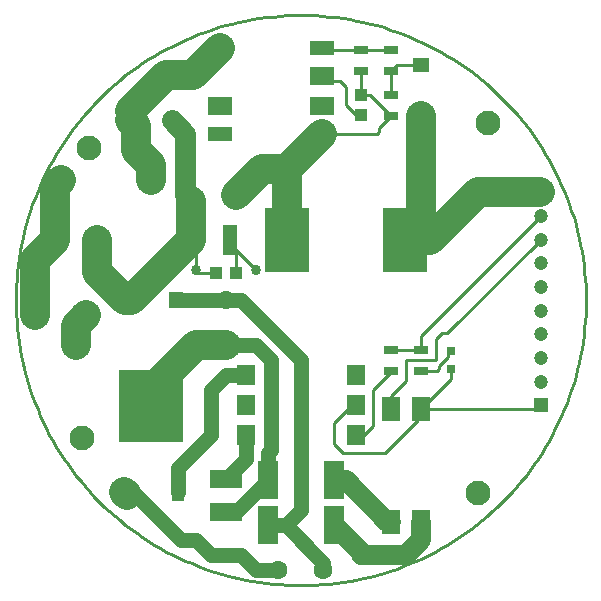
<source format=gtl>
G75*
G70*
%OFA0B0*%
%FSLAX24Y24*%
%IPPOS*%
%LPD*%
%AMOC8*
5,1,8,0,0,1.08239X$1,22.5*
%
%ADD10C,0.0100*%
%ADD11R,0.0433X0.0394*%
%ADD12OC8,0.0630*%
%ADD13C,0.0630*%
%ADD14R,0.0500X0.0579*%
%ADD15OC8,0.0660*%
%ADD16R,0.0800X0.0460*%
%ADD17R,0.0800X0.0600*%
%ADD18R,0.0394X0.0433*%
%ADD19R,0.0472X0.0315*%
%ADD20R,0.0579X0.0500*%
%ADD21R,0.0472X0.0984*%
%ADD22R,0.0709X0.1260*%
%ADD23R,0.0598X0.0701*%
%ADD24R,0.0315X0.0315*%
%ADD25R,0.0630X0.0787*%
%ADD26R,0.1063X0.0630*%
%ADD27R,0.1516X0.2165*%
%ADD28R,0.0472X0.0472*%
%ADD29C,0.0472*%
%ADD30R,0.2126X0.2441*%
%ADD31R,0.0394X0.0630*%
%ADD32C,0.1000*%
%ADD33C,0.0500*%
%ADD34C,0.0060*%
%ADD35C,0.0700*%
%ADD36C,0.0340*%
%ADD37C,0.0660*%
%ADD38C,0.0827*%
D10*
X000150Y009650D02*
X000153Y009883D01*
X000161Y010116D01*
X000176Y010349D01*
X000196Y010581D01*
X000221Y010813D01*
X000253Y011044D01*
X000290Y011274D01*
X000333Y011503D01*
X000381Y011731D01*
X000435Y011958D01*
X000494Y012184D01*
X000559Y012408D01*
X000629Y012630D01*
X000705Y012850D01*
X000787Y013069D01*
X000873Y013285D01*
X000965Y013500D01*
X001062Y013712D01*
X001164Y013921D01*
X001272Y014128D01*
X001384Y014333D01*
X001502Y014534D01*
X001624Y014732D01*
X001751Y014928D01*
X001883Y015120D01*
X002020Y015309D01*
X002161Y015495D01*
X002306Y015677D01*
X002457Y015855D01*
X002611Y016030D01*
X002770Y016201D01*
X002932Y016368D01*
X003099Y016530D01*
X003270Y016689D01*
X003445Y016843D01*
X003623Y016994D01*
X003805Y017139D01*
X003991Y017280D01*
X004180Y017417D01*
X004372Y017549D01*
X004568Y017676D01*
X004766Y017798D01*
X004967Y017916D01*
X005172Y018028D01*
X005379Y018136D01*
X005588Y018238D01*
X005800Y018335D01*
X006015Y018427D01*
X006231Y018513D01*
X006450Y018595D01*
X006670Y018671D01*
X006892Y018741D01*
X007116Y018806D01*
X007342Y018865D01*
X007569Y018919D01*
X007797Y018967D01*
X008026Y019010D01*
X008256Y019047D01*
X008487Y019079D01*
X008719Y019104D01*
X008951Y019124D01*
X009184Y019139D01*
X009417Y019147D01*
X009650Y019150D01*
X009883Y019147D01*
X010116Y019139D01*
X010349Y019124D01*
X010581Y019104D01*
X010813Y019079D01*
X011044Y019047D01*
X011274Y019010D01*
X011503Y018967D01*
X011731Y018919D01*
X011958Y018865D01*
X012184Y018806D01*
X012408Y018741D01*
X012630Y018671D01*
X012850Y018595D01*
X013069Y018513D01*
X013285Y018427D01*
X013500Y018335D01*
X013712Y018238D01*
X013921Y018136D01*
X014128Y018028D01*
X014333Y017916D01*
X014534Y017798D01*
X014732Y017676D01*
X014928Y017549D01*
X015120Y017417D01*
X015309Y017280D01*
X015495Y017139D01*
X015677Y016994D01*
X015855Y016843D01*
X016030Y016689D01*
X016201Y016530D01*
X016368Y016368D01*
X016530Y016201D01*
X016689Y016030D01*
X016843Y015855D01*
X016994Y015677D01*
X017139Y015495D01*
X017280Y015309D01*
X017417Y015120D01*
X017549Y014928D01*
X017676Y014732D01*
X017798Y014534D01*
X017916Y014333D01*
X018028Y014128D01*
X018136Y013921D01*
X018238Y013712D01*
X018335Y013500D01*
X018427Y013285D01*
X018513Y013069D01*
X018595Y012850D01*
X018671Y012630D01*
X018741Y012408D01*
X018806Y012184D01*
X018865Y011958D01*
X018919Y011731D01*
X018967Y011503D01*
X019010Y011274D01*
X019047Y011044D01*
X019079Y010813D01*
X019104Y010581D01*
X019124Y010349D01*
X019139Y010116D01*
X019147Y009883D01*
X019150Y009650D01*
X019147Y009417D01*
X019139Y009184D01*
X019124Y008951D01*
X019104Y008719D01*
X019079Y008487D01*
X019047Y008256D01*
X019010Y008026D01*
X018967Y007797D01*
X018919Y007569D01*
X018865Y007342D01*
X018806Y007116D01*
X018741Y006892D01*
X018671Y006670D01*
X018595Y006450D01*
X018513Y006231D01*
X018427Y006015D01*
X018335Y005800D01*
X018238Y005588D01*
X018136Y005379D01*
X018028Y005172D01*
X017916Y004967D01*
X017798Y004766D01*
X017676Y004568D01*
X017549Y004372D01*
X017417Y004180D01*
X017280Y003991D01*
X017139Y003805D01*
X016994Y003623D01*
X016843Y003445D01*
X016689Y003270D01*
X016530Y003099D01*
X016368Y002932D01*
X016201Y002770D01*
X016030Y002611D01*
X015855Y002457D01*
X015677Y002306D01*
X015495Y002161D01*
X015309Y002020D01*
X015120Y001883D01*
X014928Y001751D01*
X014732Y001624D01*
X014534Y001502D01*
X014333Y001384D01*
X014128Y001272D01*
X013921Y001164D01*
X013712Y001062D01*
X013500Y000965D01*
X013285Y000873D01*
X013069Y000787D01*
X012850Y000705D01*
X012630Y000629D01*
X012408Y000559D01*
X012184Y000494D01*
X011958Y000435D01*
X011731Y000381D01*
X011503Y000333D01*
X011274Y000290D01*
X011044Y000253D01*
X010813Y000221D01*
X010581Y000196D01*
X010349Y000176D01*
X010116Y000161D01*
X009883Y000153D01*
X009650Y000150D01*
X009417Y000153D01*
X009184Y000161D01*
X008951Y000176D01*
X008719Y000196D01*
X008487Y000221D01*
X008256Y000253D01*
X008026Y000290D01*
X007797Y000333D01*
X007569Y000381D01*
X007342Y000435D01*
X007116Y000494D01*
X006892Y000559D01*
X006670Y000629D01*
X006450Y000705D01*
X006231Y000787D01*
X006015Y000873D01*
X005800Y000965D01*
X005588Y001062D01*
X005379Y001164D01*
X005172Y001272D01*
X004967Y001384D01*
X004766Y001502D01*
X004568Y001624D01*
X004372Y001751D01*
X004180Y001883D01*
X003991Y002020D01*
X003805Y002161D01*
X003623Y002306D01*
X003445Y002457D01*
X003270Y002611D01*
X003099Y002770D01*
X002932Y002932D01*
X002770Y003099D01*
X002611Y003270D01*
X002457Y003445D01*
X002306Y003623D01*
X002161Y003805D01*
X002020Y003991D01*
X001883Y004180D01*
X001751Y004372D01*
X001624Y004568D01*
X001502Y004766D01*
X001384Y004967D01*
X001272Y005172D01*
X001164Y005379D01*
X001062Y005588D01*
X000965Y005800D01*
X000873Y006015D01*
X000787Y006231D01*
X000705Y006450D01*
X000629Y006670D01*
X000559Y006892D01*
X000494Y007116D01*
X000435Y007342D01*
X000381Y007569D01*
X000333Y007797D01*
X000290Y008026D01*
X000253Y008256D01*
X000221Y008487D01*
X000196Y008719D01*
X000176Y008951D01*
X000161Y009184D01*
X000153Y009417D01*
X000150Y009650D01*
X006150Y010650D02*
X006250Y010550D01*
X006815Y010550D01*
X007485Y010550D02*
X007485Y011315D01*
X007150Y011650D01*
X007300Y011650D01*
X007485Y011315D02*
X008150Y010650D01*
X006150Y010650D02*
X006150Y011650D01*
X006000Y011650D01*
X010350Y015182D02*
X012182Y015182D01*
X012250Y015250D01*
X012250Y015396D01*
X012650Y015796D01*
X011961Y016485D01*
X011650Y016485D01*
X011650Y017296D01*
X011650Y018004D02*
X010388Y018004D01*
X010350Y018042D01*
X010350Y017120D02*
X010520Y016950D01*
X010950Y016950D01*
X011150Y016750D01*
X011150Y016150D01*
X011485Y015815D01*
X011650Y015815D01*
X012650Y016504D02*
X012650Y017296D01*
X012851Y017496D01*
X013650Y017496D01*
X012650Y018004D02*
X011650Y018004D01*
X017649Y012449D02*
X013650Y008450D01*
X013650Y008004D01*
X012650Y008004D01*
X013150Y007650D02*
X014150Y007650D01*
X014150Y008350D01*
X014350Y008550D01*
X014538Y008550D01*
X017650Y011662D01*
X017650Y012449D02*
X017649Y012449D01*
X014650Y007945D02*
X014550Y007845D01*
X014550Y007750D01*
X014250Y007450D01*
X014250Y007350D01*
X014196Y007296D01*
X013650Y007296D01*
X013150Y006950D02*
X013150Y007650D01*
X012650Y007296D02*
X012650Y007250D01*
X012050Y006650D01*
X012050Y005450D01*
X011550Y004950D01*
X011550Y005079D01*
X011479Y005150D01*
X011050Y004550D02*
X012450Y004550D01*
X013550Y005650D01*
X013550Y005928D01*
X013650Y006028D01*
X017528Y006028D01*
X017650Y006150D01*
X014650Y007028D02*
X013650Y006028D01*
X013150Y006950D02*
X012650Y006450D01*
X012650Y006028D01*
X011479Y006150D02*
X011350Y006150D01*
X010750Y005550D01*
X010750Y004850D01*
X011050Y004550D01*
X014650Y007028D02*
X014650Y007355D01*
D11*
X007485Y010550D03*
X006815Y010550D03*
D12*
X002850Y011650D03*
X005350Y015650D03*
D13*
X003950Y015650D03*
X001450Y011650D03*
X007150Y009650D03*
X007150Y008150D03*
X008900Y000650D03*
X010400Y000650D03*
D14*
X002496Y009150D03*
X003804Y009650D03*
X005496Y009650D03*
X005804Y013150D03*
X007496Y013150D03*
X000804Y009150D03*
D15*
X002150Y008150D03*
X006150Y008150D03*
X004650Y013650D03*
X001650Y013650D03*
D16*
X006950Y015182D03*
X006950Y018042D03*
X010350Y018042D03*
X010350Y015182D03*
D17*
X010350Y016110D03*
X010350Y017120D03*
X006950Y016110D03*
D18*
X011650Y015815D03*
X011650Y016485D03*
D19*
X011650Y017296D03*
X011650Y018004D03*
X012650Y018004D03*
X012650Y017296D03*
X012650Y016504D03*
X012650Y015796D03*
X012650Y008004D03*
X012650Y007296D03*
X013650Y007296D03*
X013650Y008004D03*
D20*
X013650Y015804D03*
X013650Y017496D03*
D21*
X007300Y011650D03*
X006000Y011650D03*
D22*
X008548Y003650D03*
X008548Y002150D03*
X010752Y002150D03*
X010752Y003650D03*
D23*
X011479Y005150D03*
X011479Y006150D03*
X011479Y007150D03*
X007821Y007150D03*
X007821Y006150D03*
X007821Y005150D03*
D24*
X014650Y007355D03*
X014650Y007945D03*
D25*
X013650Y006028D03*
X012650Y006028D03*
X012650Y002272D03*
X013650Y002272D03*
D26*
X007150Y002599D03*
X007150Y003701D03*
D27*
X009191Y011650D03*
X013109Y011650D03*
D28*
X017650Y006150D03*
D29*
X017650Y006937D03*
X017650Y007725D03*
X017650Y008512D03*
X017650Y009300D03*
X017650Y010087D03*
X017650Y010874D03*
X017650Y011662D03*
X017650Y012449D03*
X017650Y013237D03*
D30*
X004650Y006134D03*
D31*
X003752Y003260D03*
X005548Y003260D03*
D32*
X003863Y003150D02*
X003752Y003260D01*
X004650Y006650D02*
X006150Y008150D01*
X007150Y008150D01*
X004000Y009650D02*
X006000Y011650D01*
X006000Y012953D01*
X007496Y013150D02*
X008370Y014024D01*
X009191Y014024D01*
X010350Y015182D01*
X009191Y014024D02*
X009191Y011650D01*
X013109Y011650D02*
X013950Y011650D01*
X015550Y013250D01*
X017637Y013250D01*
X013650Y012191D02*
X013650Y015804D01*
X006950Y018042D02*
X006058Y017150D01*
X005150Y017150D01*
X003950Y015950D01*
X003950Y015650D02*
X004150Y015450D01*
X004150Y014650D01*
X004650Y014150D01*
X004650Y013650D01*
X002850Y011650D02*
X002850Y010604D01*
X003804Y009650D01*
X002496Y009150D02*
X002150Y008804D01*
X002150Y008150D01*
X000804Y009150D02*
X000804Y011004D01*
X001450Y011650D01*
X001450Y013450D01*
X001650Y013650D01*
D33*
X003950Y015650D02*
X003950Y015950D01*
X004000Y009650D02*
X003804Y009650D01*
X005496Y009650D02*
X007150Y009650D01*
X007650Y009650D01*
X009650Y007650D01*
X009650Y002650D01*
X009150Y002150D01*
X010400Y000900D01*
X010400Y000650D01*
X008900Y000650D02*
X008150Y000650D01*
X007650Y001150D01*
X006650Y001150D01*
X006150Y001650D01*
X005650Y001650D01*
X004150Y003150D01*
X003863Y003150D01*
X005548Y003260D02*
X005548Y004048D01*
X006650Y005150D01*
X006650Y006650D01*
X007150Y007150D01*
X007821Y007150D01*
X008650Y007650D02*
X008150Y008150D01*
X007150Y008150D01*
X008650Y007650D02*
X008650Y004650D01*
X008548Y004548D01*
X008548Y003650D01*
X007496Y002599D01*
X007150Y002599D01*
X007150Y003701D02*
X007821Y004372D01*
X007821Y005150D01*
X008548Y002150D02*
X009150Y002150D01*
X013109Y011650D02*
X013650Y012191D01*
X017637Y013250D02*
X017650Y013237D01*
D34*
X004650Y006650D02*
X004750Y006350D01*
X004750Y006150D01*
X004650Y006134D01*
D35*
X006000Y012953D02*
X005804Y013150D01*
X005804Y015196D01*
X005350Y015650D01*
D36*
X006150Y010650D03*
X008150Y010650D03*
D37*
X010752Y003650D02*
X011150Y003650D01*
X012528Y002272D01*
X012650Y002272D01*
X013650Y002272D02*
X013650Y001650D01*
X013150Y001150D01*
X011650Y001150D01*
X011650Y001252D01*
X010752Y002150D01*
D38*
X015563Y003225D03*
X015900Y015550D03*
X002588Y014713D03*
X002363Y005050D03*
M02*

</source>
